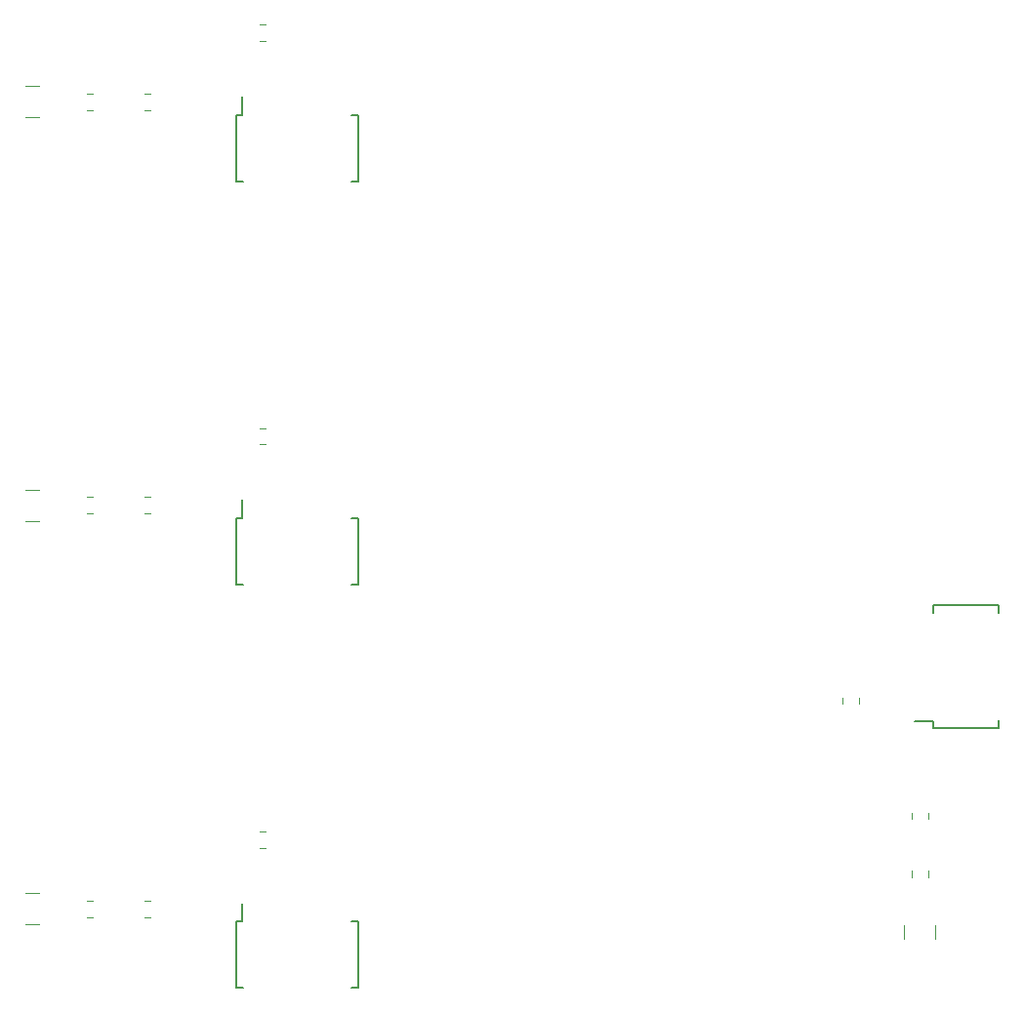
<source format=gbo>
G04 #@! TF.GenerationSoftware,KiCad,Pcbnew,(5.0.0)*
G04 #@! TF.CreationDate,2018-11-07T00:59:44+09:00*
G04 #@! TF.ProjectId,gb_cart_flash,67625F636172745F666C6173682E6B69,rev?*
G04 #@! TF.SameCoordinates,Original*
G04 #@! TF.FileFunction,Legend,Bot*
G04 #@! TF.FilePolarity,Positive*
%FSLAX46Y46*%
G04 Gerber Fmt 4.6, Leading zero omitted, Abs format (unit mm)*
G04 Created by KiCad (PCBNEW (5.0.0)) date 11/07/18 00:59:44*
%MOMM*%
%LPD*%
G01*
G04 APERTURE LIST*
%ADD10C,0.120000*%
%ADD11C,0.150000*%
G04 APERTURE END LIST*
D10*
G04 #@! TO.C,F1*
X243360000Y-108397936D02*
X243360000Y-109602064D01*
X240640000Y-108397936D02*
X240640000Y-109602064D01*
G04 #@! TO.C,R1*
X235290000Y-89236252D02*
X235290000Y-88713748D01*
X236710000Y-89236252D02*
X236710000Y-88713748D01*
D11*
G04 #@! TO.C,U2*
X243125000Y-90750000D02*
X241525000Y-90750000D01*
X243125000Y-80675000D02*
X248875000Y-80675000D01*
X243125000Y-91325000D02*
X248875000Y-91325000D01*
X243125000Y-80675000D02*
X243125000Y-81325000D01*
X248875000Y-80675000D02*
X248875000Y-81325000D01*
X248875000Y-91325000D02*
X248875000Y-90675000D01*
X243125000Y-91325000D02*
X243125000Y-90750000D01*
D10*
G04 #@! TO.C,C5*
X241290000Y-104236252D02*
X241290000Y-103713748D01*
X242710000Y-104236252D02*
X242710000Y-103713748D01*
G04 #@! TO.C,C4*
X241290000Y-98713748D02*
X241290000Y-99236252D01*
X242710000Y-98713748D02*
X242710000Y-99236252D01*
G04 #@! TO.C,F1*
X165602064Y-38360000D02*
X164397936Y-38360000D01*
X165602064Y-35640000D02*
X164397936Y-35640000D01*
G04 #@! TO.C,R1*
X184763748Y-30290000D02*
X185286252Y-30290000D01*
X184763748Y-31710000D02*
X185286252Y-31710000D01*
D11*
G04 #@! TO.C,U2*
X183250000Y-38125000D02*
X183250000Y-36525000D01*
X193325000Y-38125000D02*
X193325000Y-43875000D01*
X182675000Y-38125000D02*
X182675000Y-43875000D01*
X193325000Y-38125000D02*
X192675000Y-38125000D01*
X193325000Y-43875000D02*
X192675000Y-43875000D01*
X182675000Y-43875000D02*
X183325000Y-43875000D01*
X182675000Y-38125000D02*
X183250000Y-38125000D01*
D10*
G04 #@! TO.C,C5*
X169763748Y-36290000D02*
X170286252Y-36290000D01*
X169763748Y-37710000D02*
X170286252Y-37710000D01*
G04 #@! TO.C,C4*
X175286252Y-36290000D02*
X174763748Y-36290000D01*
X175286252Y-37710000D02*
X174763748Y-37710000D01*
G04 #@! TO.C,F1*
X165602064Y-73360000D02*
X164397936Y-73360000D01*
X165602064Y-70640000D02*
X164397936Y-70640000D01*
G04 #@! TO.C,R1*
X184763748Y-65290000D02*
X185286252Y-65290000D01*
X184763748Y-66710000D02*
X185286252Y-66710000D01*
D11*
G04 #@! TO.C,U2*
X183250000Y-73125000D02*
X183250000Y-71525000D01*
X193325000Y-73125000D02*
X193325000Y-78875000D01*
X182675000Y-73125000D02*
X182675000Y-78875000D01*
X193325000Y-73125000D02*
X192675000Y-73125000D01*
X193325000Y-78875000D02*
X192675000Y-78875000D01*
X182675000Y-78875000D02*
X183325000Y-78875000D01*
X182675000Y-73125000D02*
X183250000Y-73125000D01*
D10*
G04 #@! TO.C,C5*
X169763748Y-71290000D02*
X170286252Y-71290000D01*
X169763748Y-72710000D02*
X170286252Y-72710000D01*
G04 #@! TO.C,C4*
X175286252Y-71290000D02*
X174763748Y-71290000D01*
X175286252Y-72710000D02*
X174763748Y-72710000D01*
X175286252Y-107710000D02*
X174763748Y-107710000D01*
X175286252Y-106290000D02*
X174763748Y-106290000D01*
G04 #@! TO.C,C5*
X169763748Y-107710000D02*
X170286252Y-107710000D01*
X169763748Y-106290000D02*
X170286252Y-106290000D01*
G04 #@! TO.C,F1*
X165602064Y-105640000D02*
X164397936Y-105640000D01*
X165602064Y-108360000D02*
X164397936Y-108360000D01*
G04 #@! TO.C,R1*
X184763748Y-101710000D02*
X185286252Y-101710000D01*
X184763748Y-100290000D02*
X185286252Y-100290000D01*
D11*
G04 #@! TO.C,U2*
X182675000Y-108125000D02*
X183250000Y-108125000D01*
X182675000Y-113875000D02*
X183325000Y-113875000D01*
X193325000Y-113875000D02*
X192675000Y-113875000D01*
X193325000Y-108125000D02*
X192675000Y-108125000D01*
X182675000Y-108125000D02*
X182675000Y-113875000D01*
X193325000Y-108125000D02*
X193325000Y-113875000D01*
X183250000Y-108125000D02*
X183250000Y-106525000D01*
G04 #@! TD*
M02*

</source>
